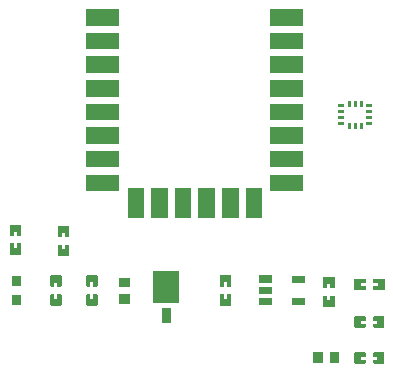
<source format=gtp>
G04 Layer: TopPasteMaskLayer*
G04 EasyEDA Pro v1.8.39.fb3963, 2022-11-08 16:35:25*
G04 Gerber Generator version 0.3*
G04 Scale: 100 percent, Rotated: No, Reflected: No*
G04 Dimensions in millimeters*
G04 Leading zeros omitted, absolute positions, 3 integers and 3 decimals*
%FSLAX33Y33*%
%MOMM*%
%ADD10C,0.0254*%
G75*


G04 PolygonModel Start*
G36*
G01X30041Y-33698D02*
G01X30041Y-32898D01*
G01X29991Y-32848D01*
G01X29763D01*
G01Y-33218D01*
G01X29433D01*
G01Y-32848D01*
G01X29191D01*
G01X29141Y-32898D01*
G01Y-33698D01*
G01X29191Y-33748D01*
G01X29991D01*
G01X30041Y-33698D01*
G37*
G54D10*
G01X30041Y-33698D02*
G01X30041Y-32898D01*
G01X29991Y-32848D01*
G01X29763D01*
G01Y-33218D01*
G01X29433D01*
G01Y-32848D01*
G01X29191D01*
G01X29141Y-32898D01*
G01Y-33698D01*
G01X29191Y-33748D01*
G01X29991D01*
G01X30041Y-33698D01*
G36*
G01X29991Y-32148D02*
G01X29763Y-32148D01*
G01Y-31768D01*
G01X29433D01*
G01Y-32148D01*
G01X29191D01*
G01X29141Y-32098D01*
G01Y-31308D01*
G01X29191Y-31258D01*
G01X29991D01*
G01X30041Y-31308D01*
G01Y-32098D01*
G01X29991Y-32148D01*
G37*
G01X29991Y-32148D02*
G01X29763Y-32148D01*
G01Y-31768D01*
G01X29433D01*
G01Y-32148D01*
G01X29191D01*
G01X29141Y-32098D01*
G01Y-31308D01*
G01X29191Y-31258D01*
G01X29991D01*
G01X30041Y-31308D01*
G01Y-32098D01*
G01X29991Y-32148D01*
G36*
G01X7562Y-29380D02*
G01X7562Y-28580D01*
G01X7512Y-28530D01*
G01X7284D01*
G01Y-28900D01*
G01X6954D01*
G01Y-28530D01*
G01X6712D01*
G01X6662Y-28580D01*
G01Y-29380D01*
G01X6712Y-29430D01*
G01X7512D01*
G01X7562Y-29380D01*
G37*
G01X7562Y-29380D02*
G01X7562Y-28580D01*
G01X7512Y-28530D01*
G01X7284D01*
G01Y-28900D01*
G01X6954D01*
G01Y-28530D01*
G01X6712D01*
G01X6662Y-28580D01*
G01Y-29380D01*
G01X6712Y-29430D01*
G01X7512D01*
G01X7562Y-29380D01*
G36*
G01X7512Y-27830D02*
G01X7284Y-27830D01*
G01Y-27450D01*
G01X6954D01*
G01Y-27830D01*
G01X6712D01*
G01X6662Y-27780D01*
G01Y-26990D01*
G01X6712Y-26940D01*
G01X7512D01*
G01X7562Y-26990D01*
G01Y-27780D01*
G01X7512Y-27830D01*
G37*
G01X7512Y-27830D02*
G01X7284Y-27830D01*
G01Y-27450D01*
G01X6954D01*
G01Y-27830D01*
G01X6712D01*
G01X6662Y-27780D01*
G01Y-26990D01*
G01X6712Y-26940D01*
G01X7512D01*
G01X7562Y-26990D01*
G01Y-27780D01*
G01X7512Y-27830D01*
G36*
G01X3498Y-29271D02*
G01X3498Y-28471D01*
G01X3448Y-28421D01*
G01X3220D01*
G01Y-28791D01*
G01X2890D01*
G01Y-28421D01*
G01X2648D01*
G01X2598Y-28471D01*
G01Y-29271D01*
G01X2648Y-29321D01*
G01X3448D01*
G01X3498Y-29271D01*
G37*
G01X3498Y-29271D02*
G01X3498Y-28471D01*
G01X3448Y-28421D01*
G01X3220D01*
G01Y-28791D01*
G01X2890D01*
G01Y-28421D01*
G01X2648D01*
G01X2598Y-28471D01*
G01Y-29271D01*
G01X2648Y-29321D01*
G01X3448D01*
G01X3498Y-29271D01*
G36*
G01X3448Y-27721D02*
G01X3220Y-27721D01*
G01Y-27341D01*
G01X2890D01*
G01Y-27721D01*
G01X2648D01*
G01X2598Y-27671D01*
G01Y-26881D01*
G01X2648Y-26831D01*
G01X3448D01*
G01X3498Y-26881D01*
G01Y-27671D01*
G01X3448Y-27721D01*
G37*
G01X3448Y-27721D02*
G01X3220Y-27721D01*
G01Y-27341D01*
G01X2890D01*
G01Y-27721D01*
G01X2648D01*
G01X2598Y-27671D01*
G01Y-26881D01*
G01X2648Y-26831D01*
G01X3448D01*
G01X3498Y-26881D01*
G01Y-27671D01*
G01X3448Y-27721D01*
G36*
G01X6027Y-31181D02*
G01X6027Y-31981D01*
G01X6077Y-32031D01*
G01X6305D01*
G01Y-31661D01*
G01X6635D01*
G01Y-32031D01*
G01X6877D01*
G01X6927Y-31981D01*
G01Y-31181D01*
G01X6877Y-31131D01*
G01X6077D01*
G01X6027Y-31181D01*
G37*
G01X6027Y-31181D02*
G01X6027Y-31981D01*
G01X6077Y-32031D01*
G01X6305D01*
G01Y-31661D01*
G01X6635D01*
G01Y-32031D01*
G01X6877D01*
G01X6927Y-31981D01*
G01Y-31181D01*
G01X6877Y-31131D01*
G01X6077D01*
G01X6027Y-31181D01*
G36*
G01X6077Y-32731D02*
G01X6305Y-32731D01*
G01Y-33111D01*
G01X6635D01*
G01Y-32731D01*
G01X6877D01*
G01X6927Y-32781D01*
G01Y-33571D01*
G01X6877Y-33621D01*
G01X6077D01*
G01X6027Y-33571D01*
G01Y-32781D01*
G01X6077Y-32731D01*
G37*
G01X6077Y-32731D02*
G01X6305Y-32731D01*
G01Y-33111D01*
G01X6635D01*
G01Y-32731D01*
G01X6877D01*
G01X6927Y-32781D01*
G01Y-33571D01*
G01X6877Y-33621D01*
G01X6077D01*
G01X6027Y-33571D01*
G01Y-32781D01*
G01X6077Y-32731D01*
G36*
G01X21278Y-33571D02*
G01X21278Y-32771D01*
G01X21228Y-32721D01*
G01X21000D01*
G01Y-33091D01*
G01X20670D01*
G01Y-32721D01*
G01X20428D01*
G01X20378Y-32771D01*
G01Y-33571D01*
G01X20428Y-33621D01*
G01X21228D01*
G01X21278Y-33571D01*
G37*
G01X21278Y-33571D02*
G01X21278Y-32771D01*
G01X21228Y-32721D01*
G01X21000D01*
G01Y-33091D01*
G01X20670D01*
G01Y-32721D01*
G01X20428D01*
G01X20378Y-32771D01*
G01Y-33571D01*
G01X20428Y-33621D01*
G01X21228D01*
G01X21278Y-33571D01*
G36*
G01X21228Y-32021D02*
G01X21000Y-32021D01*
G01Y-31641D01*
G01X20670D01*
G01Y-32021D01*
G01X20428D01*
G01X20378Y-31971D01*
G01Y-31181D01*
G01X20428Y-31131D01*
G01X21228D01*
G01X21278Y-31181D01*
G01Y-31971D01*
G01X21228Y-32021D01*
G37*
G01X21228Y-32021D02*
G01X21000Y-32021D01*
G01Y-31641D01*
G01X20670D01*
G01Y-32021D01*
G01X20428D01*
G01X20378Y-31971D01*
G01Y-31181D01*
G01X20428Y-31131D01*
G01X21228D01*
G01X21278Y-31181D01*
G01Y-31971D01*
G01X21228Y-32021D01*
G36*
G01X31834Y-32327D02*
G01X32634Y-32327D01*
G01X32684Y-32277D01*
G01Y-32049D01*
G01X32314D01*
G01Y-31719D01*
G01X32684D01*
G01Y-31477D01*
G01X32634Y-31427D01*
G01X31834D01*
G01X31784Y-31477D01*
G01Y-32277D01*
G01X31834Y-32327D01*
G37*
G01X31834Y-32327D02*
G01X32634Y-32327D01*
G01X32684Y-32277D01*
G01Y-32049D01*
G01X32314D01*
G01Y-31719D01*
G01X32684D01*
G01Y-31477D01*
G01X32634Y-31427D01*
G01X31834D01*
G01X31784Y-31477D01*
G01Y-32277D01*
G01X31834Y-32327D01*
G36*
G01X33384Y-32277D02*
G01X33384Y-32049D01*
G01X33764D01*
G01Y-31719D01*
G01X33384D01*
G01Y-31477D01*
G01X33434Y-31427D01*
G01X34224D01*
G01X34274Y-31477D01*
G01Y-32277D01*
G01X34224Y-32327D01*
G01X33434D01*
G01X33384Y-32277D01*
G37*
G01X33384Y-32277D02*
G01X33384Y-32049D01*
G01X33764D01*
G01Y-31719D01*
G01X33384D01*
G01Y-31477D01*
G01X33434Y-31427D01*
G01X34224D01*
G01X34274Y-31477D01*
G01Y-32277D01*
G01X34224Y-32327D01*
G01X33434D01*
G01X33384Y-32277D01*
G36*
G01X31816Y-38550D02*
G01X32616Y-38550D01*
G01X32666Y-38500D01*
G01Y-38272D01*
G01X32296D01*
G01Y-37942D01*
G01X32666D01*
G01Y-37700D01*
G01X32616Y-37650D01*
G01X31816D01*
G01X31766Y-37700D01*
G01Y-38500D01*
G01X31816Y-38550D01*
G37*
G01X31816Y-38550D02*
G01X32616Y-38550D01*
G01X32666Y-38500D01*
G01Y-38272D01*
G01X32296D01*
G01Y-37942D01*
G01X32666D01*
G01Y-37700D01*
G01X32616Y-37650D01*
G01X31816D01*
G01X31766Y-37700D01*
G01Y-38500D01*
G01X31816Y-38550D01*
G36*
G01X33366Y-38500D02*
G01X33366Y-38272D01*
G01X33746D01*
G01Y-37942D01*
G01X33366D01*
G01Y-37700D01*
G01X33416Y-37650D01*
G01X34206D01*
G01X34256Y-37700D01*
G01Y-38500D01*
G01X34206Y-38550D01*
G01X33416D01*
G01X33366Y-38500D01*
G37*
G01X33366Y-38500D02*
G01X33366Y-38272D01*
G01X33746D01*
G01Y-37942D01*
G01X33366D01*
G01Y-37700D01*
G01X33416Y-37650D01*
G01X34206D01*
G01X34256Y-37700D01*
G01Y-38500D01*
G01X34206Y-38550D01*
G01X33416D01*
G01X33366Y-38500D01*
G36*
G01X31816Y-35502D02*
G01X32616Y-35502D01*
G01X32666Y-35452D01*
G01Y-35224D01*
G01X32296D01*
G01Y-34894D01*
G01X32666D01*
G01Y-34652D01*
G01X32616Y-34602D01*
G01X31816D01*
G01X31766Y-34652D01*
G01Y-35452D01*
G01X31816Y-35502D01*
G37*
G01X31816Y-35502D02*
G01X32616Y-35502D01*
G01X32666Y-35452D01*
G01Y-35224D01*
G01X32296D01*
G01Y-34894D01*
G01X32666D01*
G01Y-34652D01*
G01X32616Y-34602D01*
G01X31816D01*
G01X31766Y-34652D01*
G01Y-35452D01*
G01X31816Y-35502D01*
G36*
G01X33366Y-35452D02*
G01X33366Y-35224D01*
G01X33746D01*
G01Y-34894D01*
G01X33366D01*
G01Y-34652D01*
G01X33416Y-34602D01*
G01X34206D01*
G01X34256Y-34652D01*
G01Y-35452D01*
G01X34206Y-35502D01*
G01X33416D01*
G01X33366Y-35452D01*
G37*
G01X33366Y-35452D02*
G01X33366Y-35224D01*
G01X33746D01*
G01Y-34894D01*
G01X33366D01*
G01Y-34652D01*
G01X33416Y-34602D01*
G01X34206D01*
G01X34256Y-34652D01*
G01Y-35452D01*
G01X34206Y-35502D01*
G01X33416D01*
G01X33366Y-35452D01*
G36*
G01X9975Y-33571D02*
G01X9975Y-32771D01*
G01X9925Y-32721D01*
G01X9697D01*
G01Y-33091D01*
G01X9367D01*
G01Y-32721D01*
G01X9125D01*
G01X9075Y-32771D01*
G01Y-33571D01*
G01X9125Y-33621D01*
G01X9925D01*
G01X9975Y-33571D01*
G37*
G01X9975Y-33571D02*
G01X9975Y-32771D01*
G01X9925Y-32721D01*
G01X9697D01*
G01Y-33091D01*
G01X9367D01*
G01Y-32721D01*
G01X9125D01*
G01X9075Y-32771D01*
G01Y-33571D01*
G01X9125Y-33621D01*
G01X9925D01*
G01X9975Y-33571D01*
G36*
G01X9925Y-32021D02*
G01X9697Y-32021D01*
G01Y-31641D01*
G01X9367D01*
G01Y-32021D01*
G01X9125D01*
G01X9075Y-31971D01*
G01Y-31181D01*
G01X9125Y-31131D01*
G01X9925D01*
G01X9975Y-31181D01*
G01Y-31971D01*
G01X9925Y-32021D01*
G37*
G01X9925Y-32021D02*
G01X9697Y-32021D01*
G01Y-31641D01*
G01X9367D01*
G01Y-32021D01*
G01X9125D01*
G01X9075Y-31971D01*
G01Y-31181D01*
G01X9125Y-31131D01*
G01X9925D01*
G01X9975Y-31181D01*
G01Y-31971D01*
G01X9925Y-32021D01*
G04 PolygonModel End*

G04 Pad Start*
G36*
G01X24688Y-19995D02*
G01X27488Y-19995D01*
G01Y-18595D01*
G01X24688D01*
G01Y-19995D01*
G37*
G36*
G01X24688Y-21995D02*
G01X27488Y-21995D01*
G01Y-20595D01*
G01X24688D01*
G01Y-21995D01*
G37*
G36*
G01X24688Y-23995D02*
G01X27488Y-23995D01*
G01Y-22595D01*
G01X24688D01*
G01Y-23995D01*
G37*
G36*
G01X9088Y-23995D02*
G01X11888Y-23995D01*
G01Y-22595D01*
G01X9088D01*
G01Y-23995D01*
G37*
G36*
G01X9088Y-21995D02*
G01X11888Y-21995D01*
G01Y-20595D01*
G01X9088D01*
G01Y-21995D01*
G37*
G36*
G01X9088Y-19995D02*
G01X11888Y-19995D01*
G01Y-18595D01*
G01X9088D01*
G01Y-19995D01*
G37*
G36*
G01X9088Y-17995D02*
G01X11888Y-17995D01*
G01Y-16595D01*
G01X9088D01*
G01Y-17995D01*
G37*
G36*
G01X9088Y-15995D02*
G01X11888Y-15995D01*
G01Y-14595D01*
G01X9088D01*
G01Y-15995D01*
G37*
G36*
G01X9088Y-13995D02*
G01X11888Y-13995D01*
G01Y-12595D01*
G01X9088D01*
G01Y-13995D01*
G37*
G36*
G01X9088Y-11995D02*
G01X11888Y-11995D01*
G01Y-10595D01*
G01X9088D01*
G01Y-11995D01*
G37*
G36*
G01X9088Y-9995D02*
G01X11888Y-9995D01*
G01Y-8595D01*
G01X9088D01*
G01Y-9995D01*
G37*
G36*
G01X14588Y-26245D02*
G01X15988Y-26245D01*
G01Y-23745D01*
G01X14588D01*
G01Y-26245D01*
G37*
G36*
G01X12588Y-26245D02*
G01X13988Y-26245D01*
G01Y-23745D01*
G01X12588D01*
G01Y-26245D01*
G37*
G36*
G01X24688Y-9995D02*
G01X27488Y-9995D01*
G01Y-8595D01*
G01X24688D01*
G01Y-9995D01*
G37*
G36*
G01X24688Y-11995D02*
G01X27488Y-11995D01*
G01Y-10595D01*
G01X24688D01*
G01Y-11995D01*
G37*
G36*
G01X24688Y-13995D02*
G01X27488Y-13995D01*
G01Y-12595D01*
G01X24688D01*
G01Y-13995D01*
G37*
G36*
G01X24688Y-15995D02*
G01X27488Y-15995D01*
G01Y-14595D01*
G01X24688D01*
G01Y-15995D01*
G37*
G36*
G01X24688Y-17995D02*
G01X27488Y-17995D01*
G01Y-16595D01*
G01X24688D01*
G01Y-17995D01*
G37*
G36*
G01X16588Y-26245D02*
G01X17988Y-26245D01*
G01Y-23745D01*
G01X16588D01*
G01Y-26245D01*
G37*
G36*
G01X18588Y-26245D02*
G01X19988Y-26245D01*
G01Y-23745D01*
G01X18588D01*
G01Y-26245D01*
G37*
G36*
G01X20588Y-26245D02*
G01X21988Y-26245D01*
G01Y-23745D01*
G01X20588D01*
G01Y-26245D01*
G37*
G36*
G01X22588Y-26245D02*
G01X23988Y-26245D01*
G01Y-23745D01*
G01X22588D01*
G01Y-26245D01*
G37*
G36*
G01X24809Y-33026D02*
G01X23705Y-33026D01*
G01Y-33649D01*
G01X24809D01*
G01Y-33026D01*
G37*
G36*
G01X24809Y-32087D02*
G01X23705Y-32087D01*
G01Y-32709D01*
G01X24809D01*
G01Y-32087D01*
G37*
G36*
G01X24809Y-31121D02*
G01X23705Y-31121D01*
G01Y-31744D01*
G01X24809D01*
G01Y-31121D01*
G37*
G36*
G01X27603Y-31147D02*
G01X26499Y-31147D01*
G01Y-31769D01*
G01X27603D01*
G01Y-31147D01*
G37*
G36*
G01X27603Y-33026D02*
G01X26499Y-33026D01*
G01Y-33649D01*
G01X27603D01*
G01Y-33026D01*
G37*
G36*
G01X11869Y-32150D02*
G01X12769Y-32150D01*
G01Y-31350D01*
G01X11869D01*
G01Y-32150D01*
G37*
G36*
G01X11869Y-33550D02*
G01X12769Y-33550D01*
G01Y-32750D01*
G01X11869D01*
G01Y-33550D01*
G37*
G36*
G01X16975Y-30781D02*
G01X14775Y-30781D01*
G01Y-33481D01*
G01X16975D01*
G01Y-30781D01*
G37*
G36*
G01X16262Y-33866D02*
G01X15492Y-33866D01*
G01Y-35136D01*
G01X16262D01*
G01Y-33866D01*
G37*
G36*
G01X3580Y-33623D02*
G01X3580Y-32823D01*
G01X2780D01*
G01Y-33623D01*
G01X3580D01*
G37*
G36*
G01X3575Y-32023D02*
G01X3575Y-31223D01*
G01X2775D01*
G01Y-32023D01*
G01X3575D01*
G37*
G36*
G01X29702Y-37650D02*
G01X29702Y-38550D01*
G01X30502D01*
G01Y-37650D01*
G01X29702D01*
G37*
G36*
G01X28302Y-37650D02*
G01X28302Y-38550D01*
G01X29102D01*
G01Y-37650D01*
G01X28302D01*
G37*
G36*
G01X30451Y-16637D02*
G01X30451Y-16916D01*
G01X30951D01*
G01Y-16637D01*
G01X30451D01*
G37*
G36*
G01X30451Y-17137D02*
G01X30451Y-17417D01*
G01X30951D01*
G01Y-17137D01*
G01X30451D01*
G37*
G36*
G01X30451Y-17635D02*
G01X30451Y-17915D01*
G01X30951D01*
G01Y-17635D01*
G01X30451D01*
G37*
G36*
G01X30451Y-18136D02*
G01X30451Y-18415D01*
G01X30951D01*
G01Y-18136D01*
G01X30451D01*
G37*
G36*
G01X31237Y-18200D02*
G01X31237Y-18701D01*
G01X31516D01*
G01Y-18200D01*
G01X31237D01*
G37*
G36*
G01X31737Y-18200D02*
G01X31737Y-18701D01*
G01X32017D01*
G01Y-18200D01*
G01X31737D01*
G37*
G36*
G01X32238Y-18200D02*
G01X32238Y-18701D01*
G01X32517D01*
G01Y-18200D01*
G01X32238D01*
G37*
G36*
G01X32803Y-18136D02*
G01X32803Y-18415D01*
G01X33303D01*
G01Y-18136D01*
G01X32803D01*
G37*
G36*
G01X32803Y-17635D02*
G01X32803Y-17915D01*
G01X33303D01*
G01Y-17635D01*
G01X32803D01*
G37*
G36*
G01X32803Y-17137D02*
G01X32803Y-17417D01*
G01X33303D01*
G01Y-17137D01*
G01X32803D01*
G37*
G36*
G01X32803Y-16637D02*
G01X32803Y-16916D01*
G01X33303D01*
G01Y-16637D01*
G01X32803D01*
G37*
G36*
G01X32238Y-16351D02*
G01X32238Y-16852D01*
G01X32517D01*
G01Y-16351D01*
G01X32238D01*
G37*
G36*
G01X31737Y-16351D02*
G01X31737Y-16852D01*
G01X32017D01*
G01Y-16351D01*
G01X31737D01*
G37*
G36*
G01X31237Y-16351D02*
G01X31237Y-16852D01*
G01X31516D01*
G01Y-16351D01*
G01X31237D01*
G37*
G04 Pad End*

M02*

</source>
